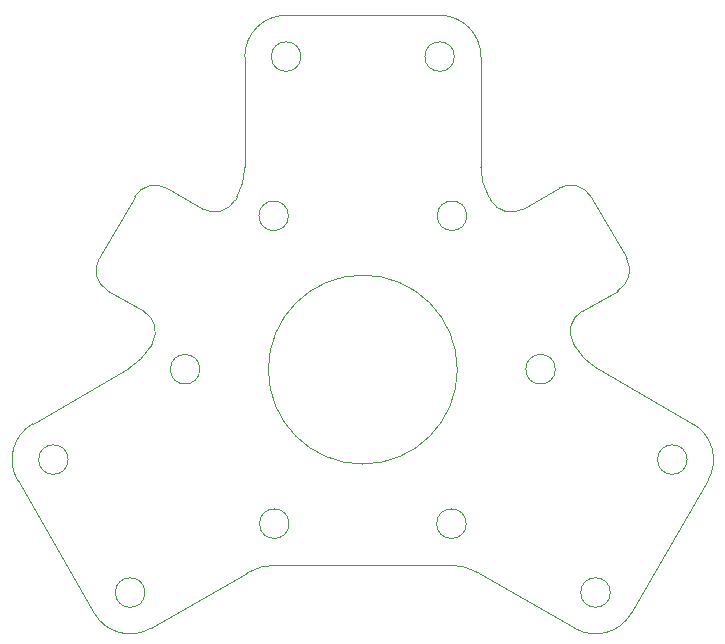
<source format=gm1>
G04 #@! TF.GenerationSoftware,KiCad,Pcbnew,5.1.9+dfsg1-1+deb11u1*
G04 #@! TF.CreationDate,2024-03-16T20:11:09+09:00*
G04 #@! TF.ProjectId,inner,696e6e65-722e-46b6-9963-61645f706362,rev?*
G04 #@! TF.SameCoordinates,Original*
G04 #@! TF.FileFunction,Profile,NP*
%FSLAX46Y46*%
G04 Gerber Fmt 4.6, Leading zero omitted, Abs format (unit mm)*
G04 Created by KiCad (PCBNEW 5.1.9+dfsg1-1+deb11u1) date 2024-03-16 20:11:09*
%MOMM*%
%LPD*%
G01*
G04 APERTURE LIST*
G04 #@! TA.AperFunction,Profile*
%ADD10C,0.050000*%
G04 #@! TD*
G04 APERTURE END LIST*
D10*
X162750000Y-78500000D02*
G75*
G03*
X162750000Y-78500000I-1250000J0D01*
G01*
X163799040Y-91981310D02*
G75*
G03*
X163799040Y-91981310I-1250000J0D01*
G01*
X182449700Y-112620800D02*
G75*
G03*
X182449700Y-112620800I-1250000J0D01*
G01*
X171299000Y-104971700D02*
G75*
G03*
X171299000Y-104971700I-1250000J0D01*
G01*
X175949700Y-123879200D02*
G75*
G03*
X175949700Y-123879200I-1250000J0D01*
G01*
X163750000Y-118046999D02*
G75*
G03*
X163750000Y-118046999I-1250000J0D01*
G01*
X149750000Y-78500000D02*
G75*
G03*
X149750000Y-78500000I-1250000J0D01*
G01*
X148700960Y-91981310D02*
G75*
G03*
X148700960Y-91981310I-1250000J0D01*
G01*
X163000000Y-105000000D02*
G75*
G03*
X163000000Y-105000000I-8000000J0D01*
G01*
X148750000Y-118046999D02*
G75*
G03*
X148750000Y-118046999I-1250000J0D01*
G01*
X141201000Y-104971700D02*
G75*
G03*
X141201000Y-104971700I-1250000J0D01*
G01*
X130050300Y-112620800D02*
G75*
G03*
X130050300Y-112620800I-1250000J0D01*
G01*
X136550300Y-123879200D02*
G75*
G03*
X136550300Y-123879200I-1250000J0D01*
G01*
X144169850Y-90664320D02*
G75*
G02*
X141437800Y-91396370I-1732050J1000000D01*
G01*
X138406700Y-89646370D02*
X141437800Y-91396370D01*
X135674649Y-90378420D02*
G75*
G02*
X138406700Y-89646369I1732051J-1000000D01*
G01*
X132674700Y-95574600D02*
X135674700Y-90378420D01*
X133406700Y-98306650D02*
G75*
G02*
X132674650Y-95574600I1000000J1732050D01*
G01*
X136437800Y-100056600D02*
X133406700Y-98306600D01*
X136437800Y-100056649D02*
G75*
G02*
X137169851Y-102788700I-1000000J-1732051D01*
G01*
X137169900Y-102788700D02*
X137009600Y-103066200D01*
X137009627Y-103066200D02*
G75*
G02*
X135179500Y-104896327I-4330127J2500000D01*
G01*
X135179500Y-104896400D02*
X127050300Y-109589700D01*
X125769211Y-114370800D02*
G75*
G02*
X127050300Y-109589711I3031089J1750000D01*
G01*
X125769200Y-114370800D02*
X132269200Y-125629200D01*
X137050300Y-126910288D02*
G75*
G02*
X132269212Y-125629200I-1750000J3031088D01*
G01*
X145179490Y-122216900D02*
X137050300Y-126910300D01*
X145179490Y-122216873D02*
G75*
G02*
X147679490Y-121547000I2500000J-4330127D01*
G01*
X162320510Y-121547000D02*
X147679490Y-121547000D01*
X162320510Y-121546999D02*
G75*
G02*
X164820510Y-122216872I0J-5000001D01*
G01*
X164820510Y-122216900D02*
X172949700Y-126910300D01*
X177730788Y-125629200D02*
G75*
G02*
X172949700Y-126910288I-3031088J1750000D01*
G01*
X177730800Y-125629200D02*
X184230800Y-114370800D01*
X182949700Y-109589712D02*
G75*
G02*
X184230788Y-114370800I-1750000J-3031088D01*
G01*
X182949700Y-109589700D02*
X174820500Y-104896400D01*
X174820499Y-104896328D02*
G75*
G02*
X172990372Y-103066200I2500001J4330128D01*
G01*
X172830100Y-102788700D02*
X172990400Y-103066200D01*
X172830149Y-102788700D02*
G75*
G02*
X173562200Y-100056649I1732051J1000000D01*
G01*
X173562200Y-100056600D02*
X176593300Y-98306600D01*
X177325350Y-95574600D02*
G75*
G02*
X176593300Y-98306650I-1732050J-1000000D01*
G01*
X177325300Y-95574600D02*
X174325300Y-90378420D01*
X171593300Y-89646370D02*
G75*
G02*
X174325350Y-90378420I1000000J-1732050D01*
G01*
X171593300Y-89646370D02*
X168562200Y-91396370D01*
X168562200Y-91396371D02*
G75*
G02*
X165830149Y-90664320I-1000000J1732051D01*
G01*
X165669900Y-90386750D02*
X165830100Y-90664320D01*
X165669872Y-90386749D02*
G75*
G02*
X165000000Y-87886749I4330128J2499999D01*
G01*
X165000000Y-87886750D02*
X165000000Y-78500000D01*
X161500001Y-75000000D02*
G75*
G02*
X165000000Y-78500001I-1J-3500000D01*
G01*
X161500000Y-75000000D02*
X148500000Y-75000000D01*
X145000000Y-78500000D02*
G75*
G02*
X148500000Y-75000000I3500000J0D01*
G01*
X145000000Y-87886750D02*
X145000000Y-78500000D01*
X145000000Y-87886749D02*
G75*
G02*
X144330128Y-90386749I-5000000J-1D01*
G01*
X144330100Y-90386750D02*
X144169900Y-90664320D01*
M02*

</source>
